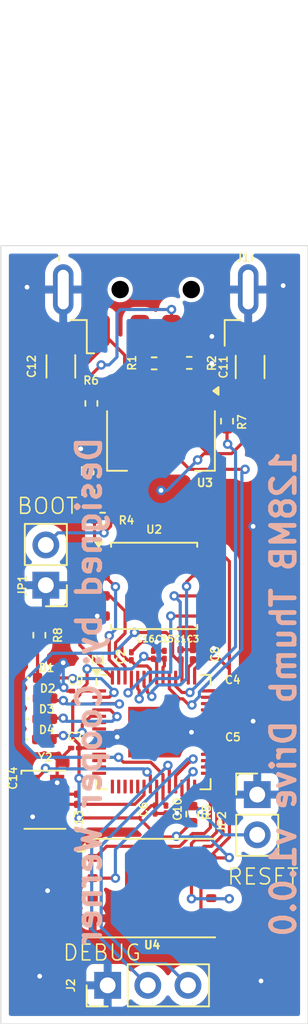
<source format=kicad_pcb>
(kicad_pcb (version 20241229) (generator "pcbnew") (generator_version "9.0")
  (layers (0 "F.Cu" signal) (2 "B.Cu" signal) (13 "F.Paste" user) (15 "B.Paste" user) (5 "F.SilkS" user "F.Silkscreen") (7 "B.SilkS" user "B.Silkscreen") (1 "F.Mask" user) (3 "B.Mask" user) (25 "Edge.Cuts" user))
  (net 0 "")
  (net 1 "DVDD")
  (net 2 "GND")
  (net 3 "IOVDD")
  (net 4 "+5V")
  (net 5 "Net-(D1-A)")
  (net 6 "/DEBUG_GND")
  (net 7 "Net-(D2-A)")
  (net 8 "Net-(D3-A)")
  (net 9 "Net-(D4-A)")
  (net 10 "USBD+")
  (net 11 "USBD-")
  (net 12 "Net-(J2-Pin_2)")
  (net 13 "Net-(U3-ADJ)")
  (net 14 "QSPI_CS")
  (net 15 "Net-(U1-USB_DP)")
  (net 16 "Net-(U1-USB_DM)")
  (net 18 "/SPI_CIPO")
  (net 22 "/SPI_CS")
  (net 23 "/SPI_CLK")
  (net 26 "QSPI_SD0")
  (net 29 "QSPI_SD3")
  (net 30 "QSPI_SD1")
  (net 33 "/SPI_COPI")
  (net 34 "QSPI_SD2")
  (net 48 "QSPI_SCLK")
  (net 51 "Net-(J2-Pin_3)")
  (net 52 "/XIN")
  (net 53 "/XOUT")
  (net 54 "/BOOT")
  (net 55 "/RESET")
  (footprint "Capacitor_SMD:C_01005_0402Metric" (layer "F.Cu") (at 183 125.5 -90)
    (property "Reference" "C2")
    (property "Value" "100nF")
  )
  (footprint "Connector_PinHeader_2.54mm:PinHeader_1x03_P2.54mm_Vertical" (layer "F.Cu") (at 181.5 146.2775 90)
    (property "Reference" "J2")
    (property "Value" "Conn_01x03_Pin")
  )
  (footprint "Resistor_SMD:R_0402_1005Metric" (layer "F.Cu") (at 180.27 115.16 -90)
    (property "Reference" "R3")
    (property "Value" "10K")
  )
  (footprint "Package_SO:SOIC-8_5.23x5.23mm_P1.27mm" (layer "F.Cu") (at 184.44 121.0575)
    (property "Reference" "U2")
    (property "Value" "W25Q128JVS")
  )
  (footprint "Resistor_SMD:R_0402_1005Metric" (layer "F.Cu") (at 181.18 116.82 180)
    (property "Reference" "R4")
    (property "Value" "1K")
  )
  (footprint "Capacitor_SMD:C_1206_3216Metric" (layer "F.Cu") (at 178.54 107.2 90)
    (property "Reference" "C12")
    (property "Value" "22uF Tantalum")
  )
  (footprint "Capacitor_SMD:C_0201_0603Metric" (layer "F.Cu") (at 186.89 125.4 -90)
    (property "Reference" "C3")
    (property "Value" "1uF")
  )
  (footprint "Capacitor_SMD:C_01005_0402Metric" (layer "F.Cu") (at 179.44 131.2975)
    (property "Reference" "C7")
    (property "Value" "100nF")
  )
  (footprint "LED_SMD:LED_0402_1005Metric" (layer "F.Cu") (at 177.52 129.46)
    (property "Reference" "D3")
    (property "Value" "LED")
  )
  (footprint "Resistor_SMD:R_0402_1005Metric" (layer "F.Cu") (at 189.05 110.66 -90)
    (property "Reference" "R7")
    (property "Value" "22")
  )
  (footprint "Resistor_SMD:R_0402_1005Metric" (layer "F.Cu") (at 186.66 106.98)
    (property "Reference" "R2")
    (property "Value" "1K")
  )
  (footprint "Capacitor_SMD:C_0201_0603Metric" (layer "F.Cu") (at 175.52 134.68 -90)
    (property "Reference" "C14")
    (property "Value" "12pF")
  )
  (footprint "Package_DFN_QFN:QFN-56-1EP_7x7mm_P0.4mm_EP3.2x3.2mm" (layer "F.Cu") (at 184.4 130.29)
    (property "Reference" "U1")
    (property "Value" "RP2040")
  )
  (footprint "Capacitor_SMD:C_01005_0402Metric" (layer "F.Cu") (at 187.61 125.42 -90)
    (property "Reference" "C8")
    (property "Value" "100nF")
  )
  (footprint "Capacitor_SMD:C_0201_0603Metric" (layer "F.Cu") (at 186.11 125.41 90)
    (property "Reference" "C1")
    (property "Value" "1uF")
  )
  (footprint "Connector_USB:USB_A_Molex_48037-2200_Horizontal" (layer "F.Cu") (at 184.54 93.975 90)
    (property "Reference" "J1")
    (property "Value" "USB_A")
  )
  (footprint "Resistor_SMD:R_0402_1005Metric" (layer "F.Cu") (at 186.85 135.4675 90)
    (property "Reference" "R5")
    (property "Value" "10K")
  )
  (footprint "Oscillator:Oscillator_SMD_EuroQuartz_XO32-4Pin_3.2x2.5mm" (layer "F.Cu") (at 177.53 134.56)
    (property "Reference" "Y2")
    (property "Value" "ABM8-272-T3")
  )
  (footprint "Resistor_SMD:R_0402_1005Metric" (layer "F.Cu") (at 180.47 109.54 -90)
    (property "Reference" "R6")
    (property "Value" "22")
  )
  (footprint "Capacitor_SMD:C_01005_0402Metric" (layer "F.Cu") (at 189.45 127.6775 180)
    (property "Reference" "C4")
    (property "Value" "100nF")
  )
  (footprint "Capacitor_SMD:C_01005_0402Metric" (layer "F.Cu") (at 179.49 127.6975)
    (property "Reference" "C9")
    (property "Value" "100nF")
  )
  (footprint "LED_SMD:LED_0402_1005Metric" (layer "F.Cu") (at 177.4975 130.74)
    (property "Reference" "D4")
    (property "Value" "LED")
  )
  (footprint "Connector_PinHeader_2.54mm:PinHeader_1x02_P2.54mm_Vertical" (layer "F.Cu") (at 177.59 121.015 180)
    (property "Reference" "JP1")
    (property "Value" "BOOT")
  )
  (footprint "Capacitor_SMD:C_01005_0402Metric" (layer "F.Cu") (at 189.45 131.2775 180)
    (property "Reference" "C5")
    (property "Value" "100nF")
  )
  (footprint "Capacitor_SMD:C_01005_0402Metric" (layer "F.Cu") (at 185.09 125.41 -90)
    (property "Reference" "C15")
    (property "Value" "100nF")
  )
  (footprint "Capacitor_SMD:C_0201_0603Metric" (layer "F.Cu") (at 179.57 134.53 90)
    (property "Reference" "C13")
    (property "Value" "12pF")
  )
  (footprint "Resistor_SMD:R_0402_1005Metric" (layer "F.Cu") (at 177.18 124.17 -90)
    (property "Reference" "R8")
    (property "Value" "110")
  )
  (footprint "Capacitor_SMD:C_01005_0402Metric" (layer "F.Cu") (at 184.5 135.1775 90)
    (property "Reference" "C6")
    (property "Value" "100nF")
  )
  (footprint "LED_SMD:LED_0402_1005Metric" (layer "F.Cu") (at 177.55 126.87)
    (property "Reference" "D1")
    (property "Value" "LED")
  )
  (footprint "Connector_PinHeader_2.54mm:PinHeader_1x02_P2.54mm_Vertical" (layer "F.Cu") (at 190.96 134.235)
    (property "Reference" "JP2")
    (property "Value" "RESET")
  )
  (footprint "Capacitor_SMD:C_01005_0402Metric" (layer "F.Cu") (at 185.19 135.1775 90)
    (property "Reference" "C10")
    (property "Value" "100nF")
  )
  (footprint "Resistor_SMD:R_0402_1005Metric" (layer "F.Cu") (at 184.44 107.01)
    (property "Reference" "R1")
    (property "Value" "1.6K")
  )
  (footprint "Package_TO_SOT_SMD:SOT-223-3_TabPin2" (layer "F.Cu") (at 184.8725 111.88 -90)
    (property "Reference" "U3")
    (property "Value" "AMS1117")
  )
  (footprint "Capacitor_SMD:C_1206_3216Metric" (layer "F.Cu") (at 190.51 107.24 90)
    (property "Reference" "C11")
    (property "Value" "22uF Tantalum")
  )
  (footprint "LED_SMD:LED_0402_1005Metric" (layer "F.Cu") (at 177.54 128.16)
    (property "Reference" "D2")
    (property "Value" "LED")
  )
  (footprint "Capacitor_SMD:C_01005_0402Metric" (layer "F.Cu") (at 184.39 125.41 -90)
    (property "Reference" "C16")
    (property "Value" "100nF")
  )
  (footprint "Package_SON:WSON-8-1EP_8x6mm_P1.27mm_EP3.4x4.3mm" (layer "F.Cu") (at 184.3 140.1375)
    (property "Reference" "U4")
    (property "Value" "W25N01GVZEIG")
  )
  (gr_rect (start 174.75 99.58) (end 194.17 148.71) (stroke (width 0.05)) (fill no) (layer "Edge.Cuts"))
  (gr_text "RESET" (at 189 140 0) (layer "F.SilkS") (effects (font (size 1 1) (thickness 0.1)) (justify left bottom)))
  (gr_text "BOOT\n" (at 175.7 116.6 0) (layer "F.SilkS") (effects (font (size 1 1) (thickness 0.1)) (justify left bottom)))
  (gr_text "DEBUG\n" (at 178.6 144.8 0) (layer "F.SilkS") (effects (font (size 1 1) (thickness 0.1)) (justify left bottom)))
  (gr_text "128MB Thumb Drive v1.0.0" (at 193.5 112.4 90) (layer "B.SilkS") (effects (font (size 1.5 1.5) (thickness 0.3) (bold yes)) (justify left bottom mirror)))
  (gr_text "Designed by: Cooper Werner" (at 181.2 111.5 90) (layer "B.SilkS") (effects (font (size 1.5 1.5) (thickness 0.3) (bold yes)) (justify left bottom mirror)))
  (segment (start 183 125.8) (end 183.315 126.115) (width 0.2) (layer "F.Cu") (net 1))
  (segment (start 182.4 124.814216) (end 182.4 125.38241) (width 0.2) (layer "F.Cu") (net 1))
  (segment (start 182.76759 125.75) (end 183 125.75) (width 0.2) (layer "F.Cu") (net 1))
  (segment (start 186.11 125.73) (end 186.2 125.82) (width 0.2) (layer "F.Cu") (net 1))
  (segment (start 185.61 124.41) (end 185.61 125.429999) (width 0.2) (layer "F.Cu") (net 1))
  (segment (start 186.2 125.82) (end 186.2 126.8525) (width 0.2) (layer "F.Cu") (net 1))
  (segment (start 185 132.96866) (end 185 133.7275) (width 0.2) (layer "F.Cu") (net 1))
  (segment (start 184.2 126.31864) (end 184.2 126.8525) (width 0.2) (layer "F.Cu") (net 1))
  (segment (start 184.22134 132.19) (end 185 132.96866) (width 0.2) (layer "F.Cu") (net 1))
  (segment (start 182.4 125.38241) (end 182.76759 125.75) (width 0.2) (layer "F.Cu") (net 1))
  (segment (start 182.5 132.19) (end 184.22134 132.19) (width 0.2) (layer "F.Cu") (net 1))
  (segment (start 185.61 125.429999) (end 185.910001 125.73) (width 0.2) (layer "F.Cu") (net 1))
  (segment (start 182.19 131.88) (end 182.5 132.19) (width 0.2) (layer "F.Cu") (net 1))
  (segment (start 183.99636 126.115) (end 184.2 126.31864) (width 0.2) (layer "F.Cu") (net 1))
  (segment (start 183.2 124.014216) (end 182.4 124.814216) (width 0.2) (layer "F.Cu") (net 1))
  (segment (start 185.2 124) (end 185.61 124.41) (width 0.2) (layer "F.Cu") (net 1))
  (segment (start 185.910001 125.73) (end 186.11 125.73) (width 0.2) (layer "F.Cu") (net 1))
  (segment (start 183.2 124) (end 185.2 124) (width 0.2) (layer "F.Cu") (net 1))
  (segment (start 183.315 126.115) (end 183.99636 126.115) (width 0.2) (layer "F.Cu") (net 1))
  (segment (start 185 134.7375) (end 185 133.7275) (width 0.2) (layer "F.Cu") (net 1))
  (segment (start 183.2 124) (end 183.2 124.014216) (width 0.2) (layer "F.Cu") (net 1))
  (segment (start 185.19 134.9275) (end 185 134.7375) (width 0.2) (layer "F.Cu") (net 1))
  (segment (start 183 125.75) (end 183 125.8) (width 0.2) (layer "F.Cu") (net 1))
  (via (at 183.2 124) (size 0.6) (drill 0.3) (layers "F.Cu" "B.Cu") (net 1))
  (via (at 182.19 131.88) (size 0.6) (drill 0.3) (layers "F.Cu" "B.Cu") (net 1))
  (segment (start 177.99 125.31) (end 176.19 127.11) (width 0.2) (layer "B.Cu") (net 1))
  (segment (start 177.06 131.88) (end 182.19 131.88) (width 0.2) (layer "B.Cu") (net 1))
  (segment (start 183.2 124) (end 181.89 125.31) (width 0.2) (layer "B.Cu") (net 1))
  (segment (start 176.19 131.01) (end 177.06 131.88) (width 0.2) (layer "B.Cu") (net 1))
  (segment (start 181.89 125.31) (end 177.99 125.31) (width 0.2) (layer "B.Cu") (net 1))
  (segment (start 176.19 127.11) (end 176.19 131.01) (width 0.2) (layer "B.Cu") (net 1))
  (segment (start 179.24 127.6975) (end 178.946126 127.6975) (width 0.2) (layer "F.Cu") (net 2))
  (segment (start 178.69 125.91) (end 178.69 125.17) (width 0.2) (layer "F.Cu") (net 2))
  (segment (start 188.03 125.17) (end 188.2 125) (width 0.2) (layer "F.Cu") (net 2))
  (segment (start 184.39 124.81) (end 184.6 124.6) (width 0.2) (layer "F.Cu") (net 2))
  (segment (start 183.65 124.6) (end 183 125.25) (width 0.2) (layer "F.Cu") (net 2))
  (segment (start 179.57 134.21) (end 179.03 134.21) (width 0.2) (layer "F.Cu") (net 2))
  (segment (start 185.8725 135.4275) (end 185.89 135.41) (width 0.2) (layer "F.Cu") (net 2))
  (segment (start 189.7 131.2775) (end 190.5775 131.2775) (width 0.2) (layer "F.Cu") (net 2))
  (segment (start 187.61 125.17) (end 188.03 125.17) (width 0.2) (layer "F.Cu") (net 2))
  (segment (start 185.19 135.4275) (end 185.8725 135.4275) (width 0.2) (layer "F.Cu") (net 2))
  (segment (start 178.946126 127.6975) (end 178.724313 127.475687) (width 0.2) (layer "F.Cu") (net 2))
  (segment (start 185.09 125.16) (end 184.39 125.16) (width 0.2) (layer "F.Cu") (net 2))
  (segment (start 178.305 132.1825) (end 179.19 131.2975) (width 0.2) (layer "F.Cu") (net 2))
  (segment (start 187.52 125.08) (end 187.61 125.17) (width 0.2) (layer "F.Cu") (net 2))
  (segment (start 189.7 127.6775) (end 190.4225 127.6775) (width 0.2) (layer "F.Cu") (net 2))
  (segment (start 186.88 125.09) (end 186.89 125.08) (width 0.2) (layer "F.Cu") (net 2))
  (segment (start 179.03 134.21) (end 178.305 133.485) (width 0.2) (layer "F.Cu") (net 2))
  (segment (start 186.89 125.08) (end 187.52 125.08) (width 0.2) (layer "F.Cu") (net 2))
  (segment (start 178.305 133.485) (end 178.305 132.1825) (width 0.2) (layer "F.Cu") (net 2))
  (segment (start 184.5 135.4275) (end 185.19 135.4275) (width 0.2) (layer "F.Cu") (net 2))
  (segment (start 186.11 125.09) (end 186.88 125.09) (width 0.2) (layer "F.Cu") (net 2))
  (segment (start 178.69 125.17) (end 177.18 123.66) (width 0.2) (layer "F.Cu") (net 2))
  (segment (start 187.17 106.98) (end 188.06 106.98) (width 0.2) (layer "F.Cu") (net 2))
  (segment (start 184.39 125.16) (end 184.39 124.81) (width 0.2) (layer "F.Cu") (net 2))
  (segment (start 188.06 106.98) (end 188.09 107.01) (width 0.2) (layer "F.Cu") (net 2))
  (segment (start 184.6 124.6) (end 183.65 124.6) (width 0.2) (layer "F.Cu") (net 2))
  (via (at 178.305 133.485) (size 0.6) (drill 0.3) (layers "F.Cu" "B.Cu") (net 2))
  (via (at 190.7 117.3) (size 0.6) (drill 0.3) (layers "F.Cu" "B.Cu") (net 2))
  (via (at 180.84 122.9625) (size 0.6) (drill 0.3) (layers "F.Cu" "B.Cu") (net 2))
  (via (at 191.2 146) (size 0.6) (drill 0.3) (layers "F.Cu" "B.Cu") (net 2))
  (via (at 184.6 124.6) (size 0.6) (drill 0.3) (layers "F.Cu" "B.Cu") (net 2))
  (via (at 179.8 112.4) (size 0.6) (drill 0.3) (layers "F.Cu" "B.Cu") (net 2))
  (via (at 176.755 135.635) (size 0.6) (drill 0.3) (layers "F.Cu" "B.Cu") (net 2))
  (via (at 188.09 107.01) (size 0.6) (drill 0.3) (layers "F.Cu" "B.Cu") (net 2))
  (via (at 177.7 140.3) (size 0.6) (drill 0.3) (layers "F.Cu" "B.Cu") (net 2))
  (via (at 182.1 130.6) (size 0.6) (drill 0.3) (layers "F.Cu" "B.Cu") (net 2))
  (via (at 186.8 130.3) (size 0.6) (drill 0.3) (layers "F.Cu" "B.Cu") (net 2))
  (via (at 188.2 125) (size 0.6) (drill 0.3) (layers "F.Cu" "B.Cu") (net 2))
  (via (at 188.09 105.31) (size 0.6) (drill 0.3) (layers "F.Cu" "B.Cu") (net 2))
  (via (at 176.4 102.2) (size 0.6) (drill 0.3) (layers "F.Cu" "B.Cu") (net 2))
  (via (at 190.7 129.6) (size 0.6) (drill 0.3) (layers "F.Cu" "B.Cu") (net 2))
  (via (at 192.6 102.1) (size 0.6) (drill 0.3) (layers "F.Cu" "B.Cu") (net 2))
  (via (at 177.2 145.7) (size 0.6) (drill 0.3) (layers "F.Cu" "B.Cu") (net 2))
  (via (at 185.89 135.41) (size 0.6) (drill 0.3) (layers "F.Cu" "B.Cu") (net 2))
  (via (at 178.724313 127.475687) (size 0.6) (drill 0.3) (layers "F.Cu" "B.Cu") (net 2))
  (via (at 178.69 125.91) (size 0.6) (drill 0.3) (layers "F.Cu" "B.Cu") (net 2))
  (segment (start 188.09 107.01) (end 188.09 105.31) (width 0.2) (layer "B.Cu") (net 2))
  (segment (start 178.724313 127.475687) (end 178.69 127.441374) (width 0.2) (layer "B.Cu") (net 2))
  (segment (start 185.89 135.41) (end 186.09 135.21) (width 0.2) (layer "B.Cu") (net 2))
  (segment (start 178.69 127.441374) (end 178.69 125.91) (width 0.2) (layer "B.Cu") (net 2))
  (segment (start 188.09 105.31) (end 188.09 105.21) (width 0.2) (layer "B.Cu") (net 2))
  (segment (start 186.85 135.9775) (end 186.8225 135.9775) (width 0.2) (layer "F.Cu") (net 3))
  (segment (start 184.4925 114.65) (end 184.8725 115.03) (width 0.2) (layer "F.Cu") (net 3))
  (segment (start 184.26759 134.9275) (end 184.5 134.9275) (width 0.2) (layer "F.Cu") (net 3))
  (segment (start 184.8725 109.73) (end 184.8725 108.73) (width 0.2) (layer "F.Cu") (net 3))
  (segment (start 187.8525 112.71) (end 187.59 112.71) (width 0.2) (layer "F.Cu") (net 3))
  (segment (start 184.39 125.66) (end 183.936323 125.66) (width 0.2) (layer "F.Cu") (net 3))
  (segment (start 189.2 119.512501) (end 189.2 126.41) (width 0.2) (layer "F.Cu") (net 3))
  (segment (start 188.04 119.1525) (end 184.8725 115.985) (width 0.2) (layer "F.Cu") (net 3))
  (segment (start 186.8225 135.9775) (end 185.933977 136.866023) (width 0.2) (layer "F.Cu") (net 3))
  (segment (start 179.69 131.06509) (end 179.69 131.2975) (width 0.2) (layer "F.Cu") (net 3))
  (segment (start 180.27 114.65) (end 184.4925 114.65) (width 0.2) (layer "F.Cu") (net 3))
  (segment (start 184.8725 115.985) (end 184.8725 115.03) (width 0.2) (layer "F.Cu") (net 3))
  (segment (start 186.89 125.72) (end 186.89 125.91) (width 0.2) (layer "F.Cu") (net 3))
  (segment (start 187.61 125.69) (end 187 126.3) (width 0.2) (layer "F.Cu") (net 3))
  (segment (start 189.2 127.6775) (end 189.2 131.2775) (width 0.2) (layer "F.Cu") (net 3))
  (segment (start 189.1875 131.29) (end 187.8375 131.29) (width 0.2) (layer "F.Cu") (net 3))
  (segment (start 185 126.2) (end 185 126.8525) (width 0.2) (layer "F.Cu") (net 3))
  (segment (start 179.7475 127.69) (end 180.9625 127.69) (width 0.2) (layer "F.Cu") (net 3))
  (segment (start 187.61 125.67) (end 187.61 125.69) (width 0.2) (layer "F.Cu") (net 3))
  (segment (start 190.51 108.715) (end 190.51 111.538529) (width 0.2) (layer "F.Cu") (net 3))
  (segment (start 184.68509 136.91) (end 185.802046 136.91) (width 0.2) (layer "F.Cu") (net 3))
  (segment (start 183.48509 135.71) (end 184.68509 136.91) (width 0.2) (layer "F.Cu") (net 3))
  (segment (start 189.2 126.32) (end 189.2 126.41) (width 0.2) (layer "F.Cu") (net 3))
  (segment (start 187.61 125.67) (end 188.55 125.67) (width 0.2) (layer "F.Cu") (net 3))
  (segment (start 184.6 125.87) (end 184.6 126.8525) (width 0.2) (layer "F.Cu") (net 3))
  (segment (start 187.56 125.72) (end 187.61 125.67) (width 0.2) (layer "F.Cu") (net 3))
  (segment (start 189.2 131.2775) (end 189.1875 131.29) (width 0.2) (layer "F.Cu") (net 3))
  (segment (start 185.09 125.66) (end 185.09 126.11) (width 0.2) (layer "F.Cu") (net 3))
  (segment (start 180.2 126.3) (end 180.2 127.2375) (width 0.2) (layer "F.Cu") (net 3))
  (segment (start 179.69 131.2975) (end 179.6975 131.29) (width 0.2) (layer "F.Cu") (net 3))
  (segment (start 183.93 107.01) (end 183.93 107.7875) (width 0.2) (layer "F.Cu") (net 3))
  (segment (start 179.6975 131.29) (end 180.9625 131.29) (width 0.2) (layer "F.Cu") (net 3))
  (segment (start 186.6 126.2) (end 186.6 126.8525) (width 0.2) (layer "F.Cu") (net 3))
  (segment (start 179.29 128.37991) (end 179.29 130.66509) (width 0.2) (layer "F.Cu") (net 3))
  (segment (start 187 126.3) (end 187 126.8525) (width 0.2) (layer "F.Cu") (net 3))
  (segment (start 187.85 127.6775) (end 187.8375 127.69) (width 0.2) (layer "F.Cu") (net 3))
  (segment (start 190.51 111.538529) (end 189.338529 112.71) (width 0.2) (layer "F.Cu") (net 3))
  (segment (start 179.74 127.6975) (end 179.74 127.92991) (width 0.2) (layer "F.Cu") (net 3))
  (segment (start 189.338529 112.71) (end 187.8525 112.71) (width 0.2) (layer "F.Cu") (net 3))
  (segment (start 184.6 134.8275) (end 184.6 133.7275) (width 0.2) (layer "F.Cu") (net 3))
  (segment (start 184.39 125.66) (end 185.09 125.66) (width 0.2) (layer "F.Cu") (net 3))
  (segment (start 179.74 127.92991) (end 179.29 128.37991) (width 0.2) (layer "F.Cu") (net 3))
  (segment (start 186.89 125.91) (end 186.6 126.2) (width 0.2) (layer "F.Cu") (net 3))
  (segment (start 179.29 130.66509) (end 179.69 131.06509) (width 0.2) (layer "F.Cu") (net 3))
  (segment (start 189.2 136.9325) (end 187.9 138.2325) (width 0.2) (layer "F.Cu") (net 3))
  (segment (start 180.2 127.2375) (end 179.74 127.6975) (width 0.2) (layer "F.Cu") (net 3))
  (segment (start 179.74 127.6975) (end 179.7475 127.69) (width 0.2) (layer "F.Cu") (net 3))
  (segment (start 183.93 107.7875) (end 184.8725 108.73) (width 0.2) (layer "F.Cu") (net 3))
  (segment (start 183.936323 125.66) (end 183.782755 125.506432) (width 0.2) (layer "F.Cu") (net 3))
  (segment (start 187.8525 112.71) (end 184.8725 109.73) (width 0.2) (layer "F.Cu") (net 3))
  (segment (start 184.39 125.66) (end 184.6 125.87) (width 0.2) (layer "F.Cu") (net 3))
  (segment (start 188.55 125.67) (end 189.2 126.32) (width 0.2) (layer "F.Cu") (net 3))
  (segment (start 188.839999 119.1525) (end 189.2 119.512501) (width 0.2) (layer "F.Cu") (net 3))
  (segment (start 184.5 134.9275) (end 184.6 134.8275) (width 0.2) (layer "F.Cu") (net 3))
  (segment (start 189.1675 138.2325) (end 189.19 138.21) (width 0.2) (layer "F.Cu") (net 3))
  (segment (start 189.2 127.6775) (end 187.85 127.6775) (width 0.2) (layer "F.Cu") (net 3))
  (segment (start 185.09 126.11) (end 185 126.2) (width 0.2) (layer "F.Cu") (net 3))
  (segment (start 185.933977 136.866023) (end 185.846023 136.866023) (width 0.2) (layer "F.Cu") (net 3))
  (segment (start 179.69 131.2975) (end 179.69 133.21) (width 0.2) (layer "F.Cu") (net 3))
  (segment (start 189.2 126.41) (end 189.2 127.6775) (width 0.2) (layer "F.Cu") (net 3))
  (segment (start 188.04 119.1525) (end 188.839999 119.1525) (width 0.2) (layer "F.Cu") (net 3))
  (segment (start 183.48509 135.71) (end 184.26759 134.9275) (width 0.2) (layer "F.Cu") (net 3))
  (segment (start 189.2 131.2775) (end 189.2 136.9325) (width 0.2) (layer "F.Cu") (net 3))
  (segment (start 187.59 112.71) (end 187.19 113.11) (width 0.2) (layer "F.Cu") (net 3))
  (segment (start 186.89 125.72) (end 187.56 125.72) (width 0.2) (layer "F.Cu") (net 3))
  (segment (start 179.69 135.71) (end 183.48509 135.71) (width 0.2) (layer "F.Cu") (net 3))
  (segment (start 185.802046 136.91) (end 185.846023 136.866023) (width 0.2) (layer "F.Cu") (net 3))
  (segment (start 187.9 138.2325) (end 189.1675 138.2325) (width 0.2) (layer "F.Cu") (net 3))
  (via (at 187.19 113.11) (size 0.6) (drill 0.3) (layers "F.Cu" "B.Cu") (net 3))
  (via (at 179.69 135.71) (size 0.6) (drill 0.3) (layers "F.Cu" "B.Cu") (net 3))
  (via (at 183.782755 125.506432) (size 0.6) (drill 0.3) (layers "F.Cu" "B.Cu") (net 3))
  (via (at 179.69 133.21) (size 0.6) (drill 0.3) (layers "F.Cu" "B.Cu") (net 3))
  (via (at 184.8725 115.03) (size 0.6) (drill 0.3) (layers "F.Cu" "B.Cu") (net 3))
  (via (at 189.19 138.21) (size 0.6) (drill 0.3) (layers "F.Cu" "B.Cu") (net 3))
  (via (at 185.846023 136.866023) (size 0.6) (drill 0.3) (layers "F.Cu" "B.Cu") (net 3))
  (via (at 180.2 126.3) (size 0.6) (drill 0.3) (layers "F.Cu" "B.Cu") (net 3))
  (segment (start 189.19 138.21) (end 187.89 136.91) (width 0.2) (layer "B.Cu") (net 3))
  (segment (start 183.782755 125.506432) (end 183.782755 125.554987) (width 0.2) (layer "B.Cu") (net 3))
  (segment (start 187.89 136.91) (end 185.89 136.91) (width 0.2) (layer "B.Cu") (net 3))
  (segment (start 185.89 136.91) (end 185.846023 136.866023) (width 0.2) (layer "B.Cu") (net 3))
  (segment (start 183.782755 125.554987) (end 183.037742 126.3) (width 0.2) (layer "B.Cu") (net 3))
  (segment (start 183.037742 126.3) (end 180.2 126.3) (width 0.2) (layer "B.Cu") (net 3))
  (segment (start 187.19 113.11) (end 185.27 115.03) (width 0.2) (layer "B.Cu") (net 3))
  (segment (start 179.69 133.21) (end 179.69 135.71) (width 0.2) (layer "B.Cu") (net 3))
  (segment (start 185.27 115.03) (end 184.8725 115.03) (width 0.2) (layer "B.Cu") (net 3))
  (segment (start 182.5725 106.4825) (end 181.04 104.95) (width 0.2) (layer "F.Cu") (net 4))
  (segment (start 178.54 108.675) (end 181.04 106.175) (width 0.2) (layer "F.Cu") (net 4))
  (segment (start 182.5725 108.73) (end 182.5725 106.4825) (width 0.2) (layer "F.Cu") (net 4))
  (segment (start 181.04 106.175) (end 181.04 104.95) (width 0.2) (layer "F.Cu") (net 4))
  (segment (start 178.075 126.91) (end 178.035 126.87) (width 0.2) (layer "F.Cu") (net 5))
  (segment (start 181.901375 127.787838) (end 181.599213 128.09) (width 0.2) (layer "F.Cu") (net 5))
  (segment (start 179.29 126.91) (end 179.25 126.87) (width 0.2) (layer "F.Cu") (net 5))
  (segment (start 179.25 126.87) (end 178.035 126.87) (width 0.2) (layer "F.Cu") (net 5))
  (segment (start 181.599213 128.09) (end 180.9625 128.09) (width 0.2) (layer "F.Cu") (net 5))
  (via (at 179.29 126.91) (size 0.6) (drill 0.3) (layers "F.Cu" "B.Cu") (net 5))
  (via (at 181.901375 127.787838) (size 0.6) (drill 0.3) (layers "F.Cu" "B.Cu") (net 5))
  (segment (start 181.901375 127.721375) (end 181.09 126.91) (width 0.2) (layer "B.Cu") (net 5))
  (segment (start 181.09 126.91) (end 179.29 126.91) (width 0.2) (layer "B.Cu") (net 5))
  (segment (start 181.901375 127.787838) (end 181.901375 127.721375) (width 0.2) (layer "B.Cu") (net 5))
  (segment (start 177.0125 130.74) (end 177.0125 129.4825) (width 0.2) (layer "F.Cu") (net 6))
  (segment (start 177.055 128.16) (end 177.055 129.44) (width 0.2) (layer "F.Cu") (net 6))
  (segment (start 177.065 124.795) (end 177.18 124.68) (width 0.2) (layer "F.Cu") (net 6))
  (segment (start 177.0125 129.4825) (end 177.035 129.46) (width 0.2) (layer "F.Cu") (net 6))
  (segment (start 177.055 126.88) (end 177.065 126.87) (width 0.2) (layer "F.Cu") (net 6))
  (segment (start 177.055 129.44) (end 177.035 129.46) (width 0.2) (layer "F.Cu") (net 6))
  (segment (start 177.065 126.87) (end 177.065 124.795) (width 0.2) (layer "F.Cu") (net 6))
  (segment (start 177.055 128.16) (end 177.055 126.88) (width 0.2) (layer "F.Cu") (net 6))
  (segment (start 178.161826 128.296826) (end 178.025 128.16) (width 0.2) (layer "F.Cu") (net 7))
  (segment (start 178.69578 128.296826) (end 178.161826 128.296826) (width 0.2) (layer "F.Cu") (net 7))
  (segment (start 182.238038 128.513552) (end 182.214486 128.49) (width 0.2) (layer "F.Cu") (net 7))
  (segment (start 182.214486 128.49) (end 180.9625 128.49) (width 0.2) (layer "F.Cu") (net 7))
  (via (at 178.69578 128.296826) (size 0.6) (drill 0.3) (layers "F.Cu" "B.Cu") (net 7))
  (via (at 182.238038 128.513552) (size 0.6) (drill 0.3) (layers "F.Cu" "B.Cu") (net 7))
  (segment (start 182.238038 128.513552) (end 178.912506 128.513552) (width 0.2) (layer "B.Cu") (net 7))
  (segment (start 178.912506 128.513552) (end 178.69578 128.296826) (width 0.2) (layer "B.Cu") (net 7))
  (segment (start 178.69 129.41) (end 178.055 129.41) (width 0.2) (layer "F.Cu") (net 8))
  (segment (start 182.09 129.31) (end 181.67 128.89) (width 0.2) (layer "F.Cu") (net 8))
  (segment (start 178.055 129.41) (end 178.005 129.46) (width 0.2) (layer "F.Cu") (net 8))
  (segment (start 181.67 128.89) (end 180.9625 128.89) (width 0.2) (layer "F.Cu") (net 8))
  (via (at 178.69 129.41) (size 0.6) (drill 0.3) (layers "F.Cu" "B.Cu") (net 8))
  (via (at 182.09 129.31) (size 0.6) (drill 0.3) (layers "F.Cu" "B.Cu") (net 8))
  (segment (start 182.09 129.31) (end 181.79 129.61) (width 0.2) (layer "B.Cu") (net 8))
  (segment (start 178.89 129.61) (end 178.69 129.41) (width 0.2) (layer "B.Cu") (net 8))
  (segment (start 181.79 129.61) (end 178.89 129.61) (width 0.2) (layer "B.Cu") (net 8))
  (segment (start 178.2125 130.51) (end 177.9825 130.74) (width 0.2) (layer "F.Cu") (net 9))
  (segment (start 180.42864 129.29) (end 179.89 129.82864) (width 0.2) (layer "F.Cu") (net 9))
  (segment (start 180.9625 129.29) (end 180.42864 129.29) (width 0.2) (layer "F.Cu") (net 9))
  (segment (start 179.89 129.82864) (end 179.89 130.31) (width 0.2) (layer "F.Cu") (net 9))
  (segment (start 178.69 130.51) (end 178.2125 130.51) (width 0.2) (layer "F.Cu") (net 9))
  (via (at 178.69 130.51) (size 0.6) (drill 0.3) (layers "F.Cu" "B.Cu") (net 9))
  (via (at 179.89 130.31) (size 0.6) (drill 0.3) (layers "F.Cu" "B.Cu") (net 9))
  (segment (start 179.69 130.51) (end 178.69 130.51) (width 0.2) (layer "B.Cu") (net 9))
  (segment (start 179.89 130.31) (end 179.69 130.51) (width 0.2) (layer "B.Cu") (net 9))
  (segment (start 181.09 107.11) (end 180.47 107.73) (width 0.2) (layer "F.Cu") (net 10))
  (segment (start 185.54 103.61) (end 185.54 104.95) (width 0.2) (layer "F.Cu") (net 10))
  (segment (start 180.47 107.73) (end 180.47 109.03) (width 0.2) (layer "F.Cu") (net 10))
  (via (at 181.09 107.11) (size 0.6) (drill 0.3) (layers "F.Cu" "B.Cu") (net 10))
  (via (at 185.54 103.61) (size 0.6) (drill 0.3) (layers "F.Cu" "B.Cu") (net 10))
  (segment (start 181.59 107.11) (end 181.09 107.11) (width 0.2) (layer "B.Cu") (net 10))
  (segment (start 182.09 103.822792) (end 182.09 106.61) (width 0.2) (layer "B.Cu") (net 10))
  (segment (start 182.302792 103.61) (end 182.09 103.822792) (width 0.2) (layer "B.Cu") (net 10))
  (segment (start 185.54 103.61) (end 182.302792 103.61) (width 0.2) (layer "B.Cu") (net 10))
  (segment (start 182.09 106.61) (end 181.59 107.11) (width 0.2) (layer "B.Cu") (net 10))
  (segment (start 184.95 106.36) (end 188.84 106.36) (width 0.2) (layer "F.Cu") (net 11))
  (segment (start 189.05 106.57) (end 189.05 110.15) (width 0.2) (layer "F.Cu") (net 11))
  (segment (start 188.84 106.36) (end 189.05 106.57) (width 0.2) (layer "F.Cu") (net 11))
  (segment (start 183.54 104.95) (end 184.95 106.36) (width 0.2) (layer "F.Cu") (net 11))
  (segment (start 185.309999 132.39) (end 185.4 132.480001) (width 0.2) (layer "F.Cu") (net 12))
  (segment (start 185.4 132.480001) (end 185.4 133.7275) (width 0.2) (layer "F.Cu") (net 12))
  (via (at 185.309999 132.39) (size 0.6) (drill 0.3) (layers "F.Cu" "B.Cu") (net 12))
  (segment (start 185.309999 132.390001) (end 180.49 137.21) (width 0.2) (layer "B.Cu") (net 12))
  (segment (start 185.309999 132.39) (end 185.309999 132.390001) (width 0.2) (layer "B.Cu") (net 12))
  (segment (start 180.49 137.21) (end 180.49 142.7275) (width 0.2) (layer "B.Cu") (net 12))
  (segment (start 180.49 142.7275) (end 184.04 146.2775) (width 0.2) (layer "B.Cu") (net 12))
  (segment (start 184.95 107.01) (end 186.12 107.01) (width 0.2) (layer "F.Cu") (net 13))
  (segment (start 186.15 107.7075) (end 187.1725 108.73) (width 0.2) (layer "F.Cu") (net 13))
  (segment (start 186.12 107.01) (end 186.15 106.98) (width 0.2) (layer "F.Cu") (net 13))
  (segment (start 186.15 106.98) (end 186.15 107.7075) (width 0.2) (layer "F.Cu") (net 13))
  (segment (start 181.8 126.8525) (end 179.74 124.7925) (width 0.2) (layer "F.Cu") (net 14))
  (segment (start 179.74 119.46) (end 180.0475 119.1525) (width 0.2) (layer "F.Cu") (net 14))
  (segment (start 180.27 116.42) (end 180.67 116.82) (width 0.2) (layer "F.Cu") (net 14))
  (segment (start 180.67 118.9825) (end 180.84 119.1525) (width 0.2) (layer "F.Cu") (net 14))
  (segment (start 180.0475 119.1525) (end 180.84 119.1525) (width 0.2) (layer "F.Cu") (net 14))
  (segment (start 179.74 124.7925) (end 179.74 119.46) (width 0.2) (layer "F.Cu") (net 14))
  (segment (start 180.67 116.82) (end 180.67 118.9825) (width 0.2) (layer "F.Cu") (net 14))
  (segment (start 180.27 115.67) (end 180.27 116.42) (width 0.2) (layer "F.Cu") (net 14))
  (segment (start 183.03 110.05) (end 180.47 110.05) (width 0.2) (layer "F.Cu") (net 15))
  (segment (start 186.930057 113.7) (end 186.68 113.7) (width 0.2) (layer "F.Cu") (net 15))
  (segment (start 186.252847 128.187838) (end 186.035792 128.187838) (width 0.2) (layer "F.Cu") (net 15))
  (segment (start 187.449943 113.7) (end 187.438943 113.711) (width 0.2) (layer "F.Cu") (net 15))
  (segment (start 186.828622 128.577656) (end 186.642665 128.577656) (width 0.2) (layer "F.Cu") (net 15))
  (segment (start 190.19 113.7) (end 187.449943 113.7) (width 0.2) (layer "F.Cu") (net 15))
  (segment (start 186.642665 128.577656) (end 186.252847 128.187838) (width 0.2) (layer "F.Cu") (net 15))
  (segment (start 186.68 113.7) (end 183.03 110.05) (width 0.2) (layer "F.Cu") (net 15))
  (segment (start 185.4 127.552046) (end 185.4 126.8525) (width 0.2) (layer "F.Cu") (net 15))
  (segment (start 187.438943 113.711) (end 186.941057 113.711) (width 0.2) (layer "F.Cu") (net 15))
  (segment (start 186.941057 113.711) (end 186.930057 113.7) (width 0.2) (layer "F.Cu") (net 15))
  (segment (start 185.801478 127.953523) (end 185.4 127.552046) (width 0.2) (layer "F.Cu") (net 15))
  (segment (start 186.035792 128.187838) (end 185.801478 127.953523) (width 0.2) (layer "F.Cu") (net 15))
  (via (at 186.828622 128.577656) (size 0.6) (drill 0.3) (layers "F.Cu" "B.Cu") (net 15))
  (via (at 190.19 113.7) (size 0.6) (drill 0.3) (layers "F.Cu" "B.Cu") (net 15))
  (segment (start 189.991 125.065314) (end 187.302376 127.753938) (width 0.2) (layer "B.Cu") (net 15))
  (segment (start 187.302376 127.753938) (end 187.302376 128.036781) (width 0.2) (layer "B.Cu") (net 15))
  (segment (start 186.828622 128.388838) (end 186.828622 128.577656) (width 0.2) (layer "B.Cu") (net 15))
  (segment (start 189.991 113.899) (end 189.991 125.065314) (width 0.2) (layer "B.Cu") (net 15))
  (segment (start 186.950319 128.388838) (end 186.828622 128.388838) (width 0.2) (layer "B.Cu") (net 15))
  (segment (start 190.19 113.7) (end 189.991 113.899) (width 0.2) (layer "B.Cu") (net 15))
  (segment (start 187.302376 128.036781) (end 186.950319 128.388838) (width 0.2) (layer "B.Cu") (net 15))
  (segment (start 189.05 112.07) (end 189.05 111.17) (width 0.2) (layer "F.Cu") (net 16))
  (segment (start 189.09 112.11) (end 189.05 112.07) (width 0.2) (layer "F.Cu") (net 16))
  (segment (start 186.701376 127.787838) (end 186.201478 127.787838) (width 0.2) (layer "F.Cu") (net 16))
  (segment (start 186.201478 127.787838) (end 185.8 127.38636) (width 0.2) (layer "F.Cu") (net 16))
  (segment (start 185.8 127.38636) (end 185.8 126.8525) (width 0.2) (layer "F.Cu") (net 16))
  (via (at 189.09 112.11) (size 0.6) (drill 0.3) (layers "F.Cu" "B.Cu") (net 16))
  (via (at 186.701376 127.787838) (size 0.6) (drill 0.3) (layers "F.Cu" "B.Cu") (net 16))
  (segment (start 189.59 112.61) (end 189.09 112.11) (width 0.2) (layer "B.Cu") (net 16))
  (segment (start 186.701376 127.787838) (end 189.59 124.899214) (width 0.2) (layer "B.Cu") (net 16))
  (segment (start 189.59 124.899214) (end 189.59 112.61) (width 0.2) (layer "B.Cu") (net 16))
  (segment (start 186.6 133.093489) (end 186.6 133.7275) (width 0.2) (layer "F.Cu") (net 18))
  (segment (start 186.901595 132.791894) (end 186.6 133.093489) (width 0.2) (layer "F.Cu") (net 18))
  (segment (start 181.99 139.51) (end 180.7075 139.51) (width 0.2) (layer "F.Cu") (net 18))
  (segment (start 180.7075 139.51) (end 180.7 139.5025) (width 0.2) (layer "F.Cu") (net 18))
  (via (at 186.901595 132.791894) (size 0.6) (drill 0.3) (layers "F.Cu" "B.Cu") (net 18))
  (via (at 181.99 139.51) (size 0.6) (drill 0.3) (layers "F.Cu" "B.Cu") (net 18))
  (segment (start 181.986745 137.706745) (end 181.99 137.71) (width 0.2) (layer "B.Cu") (net 18))
  (segment (start 186.901595 132.791894) (end 181.986745 137.706745) (width 0.2) (layer "B.Cu") (net 18))
  (segment (start 181.99 137.71) (end 181.99 139.51) (width 0.2) (layer "B.Cu") (net 18))
  (segment (start 186.060576 137.5) (end 181.4325 137.5) (width 0.2) (layer "F.Cu") (net 22))
  (segment (start 187.616593 136.693407) (end 186.867169 136.693407) (width 0.2) (layer "F.Cu") (net 22))
  (segment (start 187 133.7275) (end 188 134.7275) (width 0.2) (layer "F.Cu") (net 22))
  (segment (start 188 134.7275) (end 188 136.31) (width 0.2) (layer "F.Cu") (net 22))
  (segment (start 181.4325 137.5) (end 180.7 138.2325) (width 0.2) (layer "F.Cu") (net 22))
  (segment (start 186.867169 136.693407) (end 186.060576 137.5) (width 0.2) (layer "F.Cu") (net 22))
  (segment (start 188 136.31) (end 187.616593 136.693407) (width 0.2) (layer "F.Cu") (net 22))
  (segment (start 188.4 133.4525) (end 187.8375 132.89) (width 0.2) (layer "F.Cu") (net 23))
  (segment (start 187.906593 137.093407) (end 188.4 136.6) (width 0.2) (layer "F.Cu") (net 23))
  (segment (start 187.032855 137.093407) (end 187.906593 137.093407) (width 0.2) (layer "F.Cu") (net 23))
  (segment (start 186.8 137.326262) (end 187.032855 137.093407) (width 0.2) (layer "F.Cu") (net 23))
  (segment (start 189.19 140.81) (end 187.9375 140.81) (width 0.2) (layer "F.Cu") (net 23))
  (segment (start 187.9375 140.81) (end 187.9 140.7725) (width 0.2) (layer "F.Cu") (net 23))
  (segment (start 188.4 136.6) (end 188.4 133.4525) (width 0.2) (layer "F.Cu") (net 23))
  (segment (start 186.8 140.81) (end 186.8 137.326262) (width 0.2) (layer "F.Cu") (net 23))
  (via (at 186.8 140.81) (size 0.6) (drill 0.3) (layers "F.Cu" "B.Cu") (net 23))
  (via (at 189.19 140.81) (size 0.6) (drill 0.3) (layers "F.Cu" "B.Cu") (net 23))
  (segment (start 186.8 140.81) (end 189.19 140.81) (width 0.2) (layer "B.Cu") (net 23))
  (segment (start 183 127.6) (end 182.79 127.81) (width 0.2) (layer "F.Cu") (net 26))
  (segment (start 183 126.8525) (end 183 127.6) (width 0.2) (layer "F.Cu") (net 26))
  (segment (start 185.49 122.9625) (end 188.04 122.9625) (width 0.2) (layer "F.Cu") (net 26))
  (via (at 182.79 127.81) (size 0.6) (drill 0.3) (layers "F.Cu" "B.Cu") (net 26))
  (via (at 185.49 122.9625) (size 0.6) (drill 0.3) (layers "F.Cu" "B.Cu") (net 26))
  (segment (start 184.09 126.51) (end 182.79 127.81) (width 0.2) (layer "B.Cu") (net 26))
  (segment (start 185.49 122.9625) (end 185.49 126.51) (width 0.2) (layer "B.Cu") (net 26))
  (segment (start 185.49 126.51) (end 184.09 126.51) (width 0.2) (layer "B.Cu") (net 26))
  (segment (start 184.00364 127.59) (end 183.8 127.38636) (width 0.2) (layer "F.Cu") (net 29))
  (segment (start 186.49 120.81) (end 186.8775 120.4225) (width 0.2) (layer "F.Cu") (net 29))
  (segment (start 184.291758 128.041589) (end 184.00364 127.753471) (width 0.2) (layer "F.Cu") (net 29))
  (segment (start 186.49 121.0925) (end 186.49 120.81) (width 0.2) (layer "F.Cu") (net 29))
  (segment (start 183.8 127.38636) (end 183.8 126.8525) (width 0.2) (layer "F.Cu") (net 29))
  (segment (start 186.8775 120.4225) (end 188.04 120.4225) (width 0.2) (layer "F.Cu") (net 29))
  (segment (start 184.00364 127.753471) (end 184.00364 127.59) (width 0.2) (layer "F.Cu") (net 29))
  (via (at 186.49 121.0925) (size 0.6) (drill 0.3) (layers "F.Cu" "B.Cu") (net 29))
  (via (at 184.291758 128.041589) (size 0.6) (drill 0.3) (layers "F.Cu" "B.Cu") (net 29))
  (segment (start 184.291758 128.041589) (end 184.291758 127.731186) (width 0.2) (layer "B.Cu") (net 29))
  (segment (start 186.09 127.31) (end 186.49 126.91) (width 0.2) (layer "B.Cu") (net 29))
  (segment (start 186.49 126.91) (end 186.49 121.0925) (width 0.2) (layer "B.Cu") (net 29))
  (segment (start 184.291758 127.731186) (end 184.712944 127.31) (width 0.2) (layer "B.Cu") (net 29))
  (segment (start 184.712944 127.31) (end 186.09 127.31) (width 0.2) (layer "B.Cu") (net 29))
  (segment (start 181.3025 120.4225) (end 180.84 120.4225) (width 0.2) (layer "F.Cu") (net 30))
  (segment (start 182.2 126.31864) (end 182.2 126.8525) (width 0.2) (layer "F.Cu") (net 30))
  (segment (start 181.6 125.71864) (end 182.2 126.31864) (width 0.2) (layer "F.Cu") (net 30))
  (segment (start 181.99 121.11) (end 181.3025 120.4225) (width 0.2) (layer "F.Cu") (net 30))
  (segment (start 181.6 124.2) (end 181.6 125.71864) (width 0.2) (layer "F.Cu") (net 30))
  (via (at 181.6 124.2) (size 0.6) (drill 0.3) (layers "F.Cu" "B.Cu") (net 30))
  (via (at 181.99 121.11) (size 0.6) (drill 0.3) (layers "F.Cu" "B.Cu") (net 30))
  (segment (start 182 123.8) (end 182 121.12) (width 0.2) (layer "B.Cu") (net 30))
  (segment (start 181.6 124.2) (end 182 123.8) (width 0.2) (layer "B.Cu") (net 30))
  (segment (start 182 121.12) (end 181.99 121.11) (width 0.2) (layer "B.Cu") (net 30))
  (segment (start 187.4 141.8) (end 187.6425 142.0425) (width 0.2) (layer "F.Cu") (net 33))
  (segment (start 187.6425 142.0425) (end 187.9 142.0425) (width 0.2) (layer "F.Cu") (net 33))
  (segment (start 187.8375 132.49) (end 188.47 132.49) (width 0.2) (layer "F.Cu") (net 33))
  (segment (start 188.47 132.49) (end 188.8 132.82) (width 0.2) (layer "F.Cu") (net 33))
  (segment (start 187.594866 137.5) (end 187.4 137.694866) (width 0.2) (layer "F.Cu") (net 33))
  (segment (start 188.8 132.82) (end 188.8 136.766814) (width 0.2) (layer "F.Cu") (net 33))
  (segment (start 188.066814 137.5) (end 187.594866 137.5) (width 0.2) (layer "F.Cu") (net 33))
  (segment (start 188.8 136.766814) (end 188.066814 137.5) (width 0.2) (layer "F.Cu") (net 33))
  (segment (start 187.4 137.694866) (end 187.4 141.8) (width 0.2) (layer "F.Cu") (net 33))
  (segment (start 182.6 124.048529) (end 182 124.648529) (width 0.2) (layer "F.Cu") (net 34))
  (segment (start 181.639999 121.6925) (end 182.6 122.652501) (width 0.2) (layer "F.Cu") (net 34))
  (segment (start 182.6 126.152954) (end 182.6 126.8525) (width 0.2) (layer "F.Cu") (net 34))
  (segment (start 182.6 122.652501) (end 182.6 124.048529) (width 0.2) (layer "F.Cu") (net 34))
  (segment (start 182 125.552954) (end 182.6 126.152954) (width 0.2) (layer "F.Cu") (net 34))
  (segment (start 182 124.648529) (end 182 125.552954) (width 0.2) (layer "F.Cu") (net 34))
  (segment (start 180.84 121.6925) (end 181.639999 121.6925) (width 0.2) (layer "F.Cu") (net 34))
  (segment (start 185.7075 121.6925) (end 188.04 121.6925) (width 0.2) (layer "F.Cu") (net 48))
  (segment (start 183.49399 128.189998) (end 183.49399 127.646036) (width 0.2) (layer "F.Cu") (net 48))
  (segment (start 183.4 127.552046) (end 183.4 126.8525) (width 0.2) (layer "F.Cu") (net 48))
  (segment (start 183.49399 127.646036) (end 183.4 127.552046) (width 0.2) (layer "F.Cu") (net 48))
  (via (at 185.7075 121.6925) (size 0.6) (drill 0.3) (layers "F.Cu" "B.Cu") (net 48))
  (via (at 183.49399 128.189998) (size 0.6) (drill 0.3) (layers "F.Cu" "B.Cu") (net 48))
  (segment (start 186.09 122.075) (end 185.7075 121.6925) (width 0.2) (layer "B.Cu") (net 48))
  (segment (start 184.547258 126.91) (end 185.924314 126.91) (width 0.2) (layer "B.Cu") (net 48))
  (segment (start 185.924314 126.91) (end 186.09 126.744314) (width 0.2) (layer "B.Cu") (net 48))
  (segment (start 183.49399 128.189998) (end 183.49399 127.990827) (width 0.2) (layer "B.Cu") (net 48))
  (segment (start 183.916598 127.568219) (end 183.916598 127.54066) (width 0.2) (layer "B.Cu") (net 48))
  (segment (start 183.916598 127.54066) (end 184.547258 126.91) (width 0.2) (layer "B.Cu") (net 48))
  (segment (start 186.09 126.744314) (end 186.09 122.075) (width 0.2) (layer "B.Cu") (net 48))
  (segment (start 183.49399 127.990827) (end 183.916598 127.568219) (width 0.2) (layer "B.Cu") (net 48))
  (segment (start 186.902108 131.9892) (end 186.699414 132.191894) (width 0.2) (layer "F.Cu") (net 51))
  (segment (start 185.8 133.04496) (end 185.8 133.7275) (width 0.2) (layer "F.Cu") (net 51))
  (segment (start 186.653066 132.191894) (end 185.8 133.04496) (width 0.2) (layer "F.Cu") (net 51))
  (segment (start 186.699414 132.191894) (end 186.653066 132.191894) (width 0.2) (layer "F.Cu") (net 51))
  (via (at 186.902108 131.9892) (size 0.6) (drill 0.3) (layers "F.Cu" "B.Cu") (net 51))
  (segment (start 186.559329 131.9892) (end 181.09 137.458529) (width 0.2) (layer "B.Cu") (net 51))
  (segment (start 183.39 144.91) (end 185.2125 144.91) (width 0.2) (layer "B.Cu") (net 51))
  (segment (start 181.09 142.61) (end 183.39 144.91) (width 0.2) (layer "B.Cu") (net 51))
  (segment (start 181.09 137.458529) (end 181.09 142.61) (width 0.2) (layer "B.Cu") (net 51))
  (segment (start 185.2125 144.91) (end 186.58 146.2775) (width 0.2) (layer "B.Cu") (net 51))
  (segment (start 186.902108 131.9892) (end 186.559329 131.9892) (width 0.2) (layer "B.Cu") (net 51))
  (segment (start 178.305 135.595) (end 179.05 134.85) (width 0.2) (layer "F.Cu") (net 52))
  (segment (start 183.21136 134.85) (end 183.8 134.26136) (width 0.2) (layer "F.Cu") (net 52))
  (segment (start 183.8 134.26136) (end 183.8 133.7275) (width 0.2) (layer "F.Cu") (net 52))
  (segment (start 178.305 135.635) (end 178.305 135.595) (width 0.2) (layer "F.Cu") (net 52))
  (segment (start 179.05 134.85) (end 179.57 134.85) (width 0.2) (layer "F.Cu") (net 52))
  (segment (start 179.57 134.85) (end 183.21136 134.85) (width 0.2) (layer "F.Cu") (net 52))
  (segment (start 177.566444 132.576666) (end 177.566444 132.673556) (width 0.2) (layer "F.Cu") (net 53))
  (segment (start 184.2 133.017189) (end 183.990595 132.807784) (width 0.2) (layer "F.Cu") (net 53))
  (segment (start 177.566444 132.673556) (end 176.755 133.485) (width 0.2) (layer "F.Cu") (net 53))
  (segment (start 175.88 134.36) (end 175.55 134.36) (width 0.2) (layer "F.Cu") (net 53))
  (segment (start 184.2 133.7275) (end 184.2 133.017189) (width 0.2) (layer "F.Cu") (net 53))
  (segment (start 176.755 133.485) (end 175.88 134.36) (width 0.2) (layer "F.Cu") (net 53))
  (via (at 183.990595 132.807784) (size 0.6) (drill 0.3) (layers "F.Cu" "B.Cu") (net 53))
  (via (at 177.566444 132.576666) (size 0.6) (drill 0.3) (layers "F.Cu" "B.Cu") (net 53))
  (segment (start 183.990595 132.807784) (end 183.792811 132.61) (width 0.2) (layer "B.Cu") (net 53))
  (segment (start 177.599778 132.61) (end 177.566444 132.576666) (width 0.2) (layer "B.Cu") (net 53))
  (segment (start 183.792811 132.61) (end 177.599778 132.61) (width 0.2) (layer "B.Cu") (net 53))
  (segment (start 181.69 116.82) (end 181.69 117.29) (width 0.2) (layer "F.Cu") (net 54))
  (segment (start 181.69 117.29) (end 181.27 117.71) (width 0.2) (layer "F.Cu") (net 54))
  (via (at 181.27 117.71) (size 0.6) (drill 0.3) (layers "F.Cu" "B.Cu") (net 54))
  (segment (start 181.27 117.71) (end 178.355 117.71) (width 0.2) (layer "B.Cu") (net 54))
  (segment (start 178.355 117.71) (end 177.59 118.475) (width 0.2) (layer "B.Cu") (net 54))
  (segment (start 187.034825 134.9575) (end 186.85 134.9575) (width 0.2) (layer "F.Cu") (net 55))
  (segment (start 186.2 134.3075) (end 186.2 133.7275) (width 0.2) (layer "F.Cu") (net 55))
  (segment (start 186.85 134.9575) (end 186.2 134.3075) (width 0.2) (layer "F.Cu") (net 55))
  (segment (start 187.400001 135.322676) (end 187.034825 134.9575) (width 0.2) (layer "F.Cu") (net 55))
  (via (at 187.400001 135.322676) (size 0.6) (drill 0.3) (layers "F.Cu" "B.Cu") (net 55))
  (segment (start 188.852325 136.775) (end 190.96 136.775) (width 0.2) (layer "B.Cu") (net 55))
  (segment (start 187.400001 135.322676) (end 188.852325 136.775) (width 0.2) (layer "B.Cu") (net 55))
  (zone (net 2) (net_name "GND") (layers "F.Cu" "B.Cu") (connect_pads (clearance 0.5)) (min_thickness 0.25) (fill yes (thermal_gap 0.5) (thermal_bridge_width 0.5))
    (polygon (pts (xy 174.79 148.71) (xy 194.19 148.71) (xy 194.19 99.61) (xy 174.69 99.61)))
  )
)
</source>
